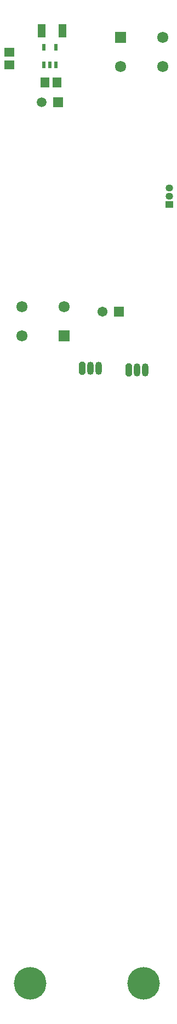
<source format=gbr>
G04 DipTrace 3.0.0.1*
G04 Íèæíÿÿìàñêà.gbr*
%MOMM*%
G04 #@! TF.FileFunction,Soldermask,Bot*
G04 #@! TF.Part,Single*
%AMOUTLINE2*
4,1,8,
-0.51,-0.75414,
-0.25414,-1.01,
0.25414,-1.01,
0.51,-0.75414,
0.51,0.75414,
0.25414,1.01,
-0.25414,1.01,
-0.51,0.75414,
-0.51,-0.75414,
0*%
%ADD51C,5.02*%
%ADD53R,1.22X2.02*%
%ADD55C,1.72*%
%ADD57R,1.72X1.72*%
%ADD59R,0.62X1.12*%
%ADD61C,1.52*%
%ADD63R,1.52X1.52*%
%ADD65O,1.17X1.07*%
%ADD67R,1.17X1.07*%
%ADD69C,1.544*%
%ADD71R,1.544X1.544*%
%ADD73O,1.02X2.02*%
%ADD85R,1.32X1.52*%
%ADD87R,1.52X1.32*%
%ADD95OUTLINE2*%
%FSLAX35Y35*%
G04*
G71*
G90*
G75*
G01*
G04 BotMask*
%LPD*%
D87*
X1275000Y18075000D3*
Y18265000D3*
D85*
X1825000Y17800000D3*
X2015000D3*
D95*
X2400000Y13400000D3*
D73*
X2527000D3*
X2654000D3*
D71*
X2975000Y14275000D3*
D69*
X2721000D3*
D67*
X3750000Y15925000D3*
D65*
Y16050000D3*
Y16175000D3*
D63*
X2029000Y17500000D3*
D61*
X1775000D3*
D59*
X2000000Y18075000D3*
X1905000D3*
X1810000D3*
Y18345000D3*
X2000000D3*
D57*
X2125000Y13900000D3*
D55*
Y14350000D3*
X1475000D3*
Y13900000D3*
D57*
X3000000Y18500000D3*
D55*
Y18050000D3*
X3650000D3*
Y18500000D3*
D53*
X2100000Y18600000D3*
X1780000D3*
D95*
X3125000Y13375000D3*
D73*
X3252000D3*
X3379000D3*
D51*
X1600000Y3925000D3*
X3350000D3*
M02*

</source>
